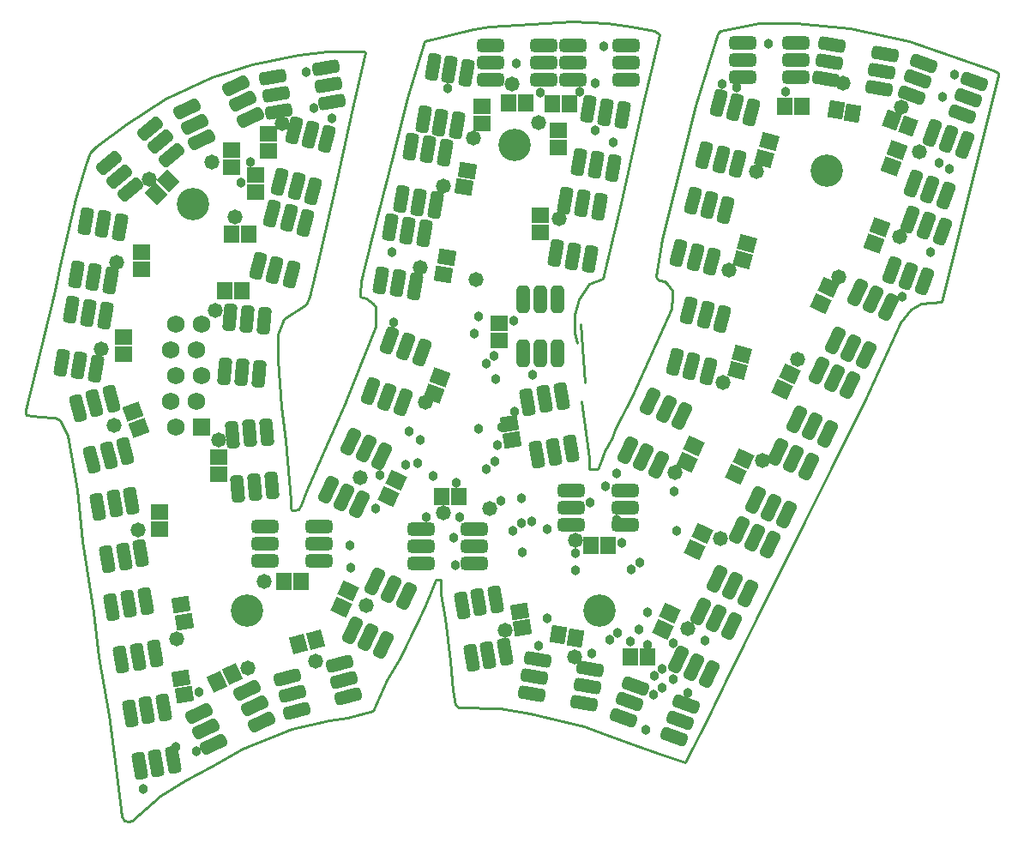
<source format=gts>
G04*
G04 #@! TF.GenerationSoftware,Altium Limited,Altium Designer,18.0.9 (584)*
G04*
G04 Layer_Color=8388736*
%FSLAX25Y25*%
%MOIN*%
G70*
G01*
G75*
%ADD10C,0.01000*%
G04:AMPARAMS|DCode=40|XSize=106.42mil|YSize=51.31mil|CornerRadius=14.83mil|HoleSize=0mil|Usage=FLASHONLY|Rotation=0.000|XOffset=0mil|YOffset=0mil|HoleType=Round|Shape=RoundedRectangle|*
%AMROUNDEDRECTD40*
21,1,0.10642,0.02165,0,0,0.0*
21,1,0.07677,0.05131,0,0,0.0*
1,1,0.02965,0.03839,-0.01083*
1,1,0.02965,-0.03839,-0.01083*
1,1,0.02965,-0.03839,0.01083*
1,1,0.02965,0.03839,0.01083*
%
%ADD40ROUNDEDRECTD40*%
G04:AMPARAMS|DCode=41|XSize=106.42mil|YSize=51.31mil|CornerRadius=14.83mil|HoleSize=0mil|Usage=FLASHONLY|Rotation=80.000|XOffset=0mil|YOffset=0mil|HoleType=Round|Shape=RoundedRectangle|*
%AMROUNDEDRECTD41*
21,1,0.10642,0.02165,0,0,80.0*
21,1,0.07677,0.05131,0,0,80.0*
1,1,0.02965,0.01733,0.03592*
1,1,0.02965,0.00400,-0.03968*
1,1,0.02965,-0.01733,-0.03592*
1,1,0.02965,-0.00400,0.03968*
%
%ADD41ROUNDEDRECTD41*%
G04:AMPARAMS|DCode=42|XSize=106.42mil|YSize=51.31mil|CornerRadius=14.83mil|HoleSize=0mil|Usage=FLASHONLY|Rotation=70.000|XOffset=0mil|YOffset=0mil|HoleType=Round|Shape=RoundedRectangle|*
%AMROUNDEDRECTD42*
21,1,0.10642,0.02165,0,0,70.0*
21,1,0.07677,0.05131,0,0,70.0*
1,1,0.02965,0.02330,0.03237*
1,1,0.02965,-0.00296,-0.03977*
1,1,0.02965,-0.02330,-0.03237*
1,1,0.02965,0.00296,0.03977*
%
%ADD42ROUNDEDRECTD42*%
G04:AMPARAMS|DCode=43|XSize=106.42mil|YSize=51.31mil|CornerRadius=14.83mil|HoleSize=0mil|Usage=FLASHONLY|Rotation=65.000|XOffset=0mil|YOffset=0mil|HoleType=Round|Shape=RoundedRectangle|*
%AMROUNDEDRECTD43*
21,1,0.10642,0.02165,0,0,65.0*
21,1,0.07677,0.05131,0,0,65.0*
1,1,0.02965,0.02604,0.03021*
1,1,0.02965,-0.00641,-0.03937*
1,1,0.02965,-0.02604,-0.03021*
1,1,0.02965,0.00641,0.03937*
%
%ADD43ROUNDEDRECTD43*%
G04:AMPARAMS|DCode=44|XSize=106.42mil|YSize=51.31mil|CornerRadius=14.83mil|HoleSize=0mil|Usage=FLASHONLY|Rotation=275.000|XOffset=0mil|YOffset=0mil|HoleType=Round|Shape=RoundedRectangle|*
%AMROUNDEDRECTD44*
21,1,0.10642,0.02165,0,0,275.0*
21,1,0.07677,0.05131,0,0,275.0*
1,1,0.02965,-0.00744,-0.03918*
1,1,0.02965,-0.01413,0.03730*
1,1,0.02965,0.00744,0.03918*
1,1,0.02965,0.01413,-0.03730*
%
%ADD44ROUNDEDRECTD44*%
G04:AMPARAMS|DCode=45|XSize=106.42mil|YSize=51.31mil|CornerRadius=14.83mil|HoleSize=0mil|Usage=FLASHONLY|Rotation=265.000|XOffset=0mil|YOffset=0mil|HoleType=Round|Shape=RoundedRectangle|*
%AMROUNDEDRECTD45*
21,1,0.10642,0.02165,0,0,265.0*
21,1,0.07677,0.05131,0,0,265.0*
1,1,0.02965,-0.01413,-0.03730*
1,1,0.02965,-0.00744,0.03918*
1,1,0.02965,0.01413,0.03730*
1,1,0.02965,0.00744,-0.03918*
%
%ADD45ROUNDEDRECTD45*%
G04:AMPARAMS|DCode=46|XSize=106.42mil|YSize=51.31mil|CornerRadius=14.83mil|HoleSize=0mil|Usage=FLASHONLY|Rotation=255.000|XOffset=0mil|YOffset=0mil|HoleType=Round|Shape=RoundedRectangle|*
%AMROUNDEDRECTD46*
21,1,0.10642,0.02165,0,0,255.0*
21,1,0.07677,0.05131,0,0,255.0*
1,1,0.02965,-0.02039,-0.03428*
1,1,0.02965,-0.00052,0.03988*
1,1,0.02965,0.02039,0.03428*
1,1,0.02965,0.00052,-0.03988*
%
%ADD46ROUNDEDRECTD46*%
G04:AMPARAMS|DCode=47|XSize=106.42mil|YSize=51.31mil|CornerRadius=14.83mil|HoleSize=0mil|Usage=FLASHONLY|Rotation=10.000|XOffset=0mil|YOffset=0mil|HoleType=Round|Shape=RoundedRectangle|*
%AMROUNDEDRECTD47*
21,1,0.10642,0.02165,0,0,10.0*
21,1,0.07677,0.05131,0,0,10.0*
1,1,0.02965,0.03968,-0.00400*
1,1,0.02965,-0.03592,-0.01733*
1,1,0.02965,-0.03968,0.00400*
1,1,0.02965,0.03592,0.01733*
%
%ADD47ROUNDEDRECTD47*%
G04:AMPARAMS|DCode=48|XSize=106.42mil|YSize=51.31mil|CornerRadius=14.83mil|HoleSize=0mil|Usage=FLASHONLY|Rotation=25.000|XOffset=0mil|YOffset=0mil|HoleType=Round|Shape=RoundedRectangle|*
%AMROUNDEDRECTD48*
21,1,0.10642,0.02165,0,0,25.0*
21,1,0.07677,0.05131,0,0,25.0*
1,1,0.02965,0.03937,0.00641*
1,1,0.02965,-0.03021,-0.02604*
1,1,0.02965,-0.03937,-0.00641*
1,1,0.02965,0.03021,0.02604*
%
%ADD48ROUNDEDRECTD48*%
G04:AMPARAMS|DCode=49|XSize=106.42mil|YSize=51.31mil|CornerRadius=14.83mil|HoleSize=0mil|Usage=FLASHONLY|Rotation=40.000|XOffset=0mil|YOffset=0mil|HoleType=Round|Shape=RoundedRectangle|*
%AMROUNDEDRECTD49*
21,1,0.10642,0.02165,0,0,40.0*
21,1,0.07677,0.05131,0,0,40.0*
1,1,0.02965,0.03637,0.01638*
1,1,0.02965,-0.02245,-0.03297*
1,1,0.02965,-0.03637,-0.01638*
1,1,0.02965,0.02245,0.03297*
%
%ADD49ROUNDEDRECTD49*%
G04:AMPARAMS|DCode=50|XSize=106.42mil|YSize=51.31mil|CornerRadius=14.83mil|HoleSize=0mil|Usage=FLASHONLY|Rotation=105.000|XOffset=0mil|YOffset=0mil|HoleType=Round|Shape=RoundedRectangle|*
%AMROUNDEDRECTD50*
21,1,0.10642,0.02165,0,0,105.0*
21,1,0.07677,0.05131,0,0,105.0*
1,1,0.02965,0.00052,0.03988*
1,1,0.02965,0.02039,-0.03428*
1,1,0.02965,-0.00052,-0.03988*
1,1,0.02965,-0.02039,0.03428*
%
%ADD50ROUNDEDRECTD50*%
G04:AMPARAMS|DCode=51|XSize=106.42mil|YSize=51.31mil|CornerRadius=14.83mil|HoleSize=0mil|Usage=FLASHONLY|Rotation=100.000|XOffset=0mil|YOffset=0mil|HoleType=Round|Shape=RoundedRectangle|*
%AMROUNDEDRECTD51*
21,1,0.10642,0.02165,0,0,100.0*
21,1,0.07677,0.05131,0,0,100.0*
1,1,0.02965,0.00400,0.03968*
1,1,0.02965,0.01733,-0.03592*
1,1,0.02965,-0.00400,-0.03968*
1,1,0.02965,-0.01733,0.03592*
%
%ADD51ROUNDEDRECTD51*%
G04:AMPARAMS|DCode=52|XSize=106.42mil|YSize=51.31mil|CornerRadius=14.83mil|HoleSize=0mil|Usage=FLASHONLY|Rotation=195.000|XOffset=0mil|YOffset=0mil|HoleType=Round|Shape=RoundedRectangle|*
%AMROUNDEDRECTD52*
21,1,0.10642,0.02165,0,0,195.0*
21,1,0.07677,0.05131,0,0,195.0*
1,1,0.02965,-0.03988,0.00052*
1,1,0.02965,0.03428,0.02039*
1,1,0.02965,0.03988,-0.00052*
1,1,0.02965,-0.03428,-0.02039*
%
%ADD52ROUNDEDRECTD52*%
G04:AMPARAMS|DCode=53|XSize=106.42mil|YSize=51.31mil|CornerRadius=14.83mil|HoleSize=0mil|Usage=FLASHONLY|Rotation=170.000|XOffset=0mil|YOffset=0mil|HoleType=Round|Shape=RoundedRectangle|*
%AMROUNDEDRECTD53*
21,1,0.10642,0.02165,0,0,170.0*
21,1,0.07677,0.05131,0,0,170.0*
1,1,0.02965,-0.03592,0.01733*
1,1,0.02965,0.03968,0.00400*
1,1,0.02965,0.03592,-0.01733*
1,1,0.02965,-0.03968,-0.00400*
%
%ADD53ROUNDEDRECTD53*%
G04:AMPARAMS|DCode=54|XSize=106.42mil|YSize=51.31mil|CornerRadius=14.83mil|HoleSize=0mil|Usage=FLASHONLY|Rotation=160.000|XOffset=0mil|YOffset=0mil|HoleType=Round|Shape=RoundedRectangle|*
%AMROUNDEDRECTD54*
21,1,0.10642,0.02165,0,0,160.0*
21,1,0.07677,0.05131,0,0,160.0*
1,1,0.02965,-0.03237,0.02330*
1,1,0.02965,0.03977,-0.00296*
1,1,0.02965,0.03237,-0.02330*
1,1,0.02965,-0.03977,0.00296*
%
%ADD54ROUNDEDRECTD54*%
G04:AMPARAMS|DCode=55|XSize=106.42mil|YSize=51.31mil|CornerRadius=14.83mil|HoleSize=0mil|Usage=FLASHONLY|Rotation=270.000|XOffset=0mil|YOffset=0mil|HoleType=Round|Shape=RoundedRectangle|*
%AMROUNDEDRECTD55*
21,1,0.10642,0.02165,0,0,270.0*
21,1,0.07677,0.05131,0,0,270.0*
1,1,0.02965,-0.01083,-0.03839*
1,1,0.02965,-0.01083,0.03839*
1,1,0.02965,0.01083,0.03839*
1,1,0.02965,0.01083,-0.03839*
%
%ADD55ROUNDEDRECTD55*%
%ADD56R,0.05918X0.06706*%
%ADD57R,0.06706X0.05918*%
G04:AMPARAMS|DCode=58|XSize=67.06mil|YSize=59.18mil|CornerRadius=0mil|HoleSize=0mil|Usage=FLASHONLY|Rotation=170.000|XOffset=0mil|YOffset=0mil|HoleType=Round|Shape=Rectangle|*
%AMROTATEDRECTD58*
4,1,4,0.03816,0.02332,0.02788,-0.03496,-0.03816,-0.02332,-0.02788,0.03496,0.03816,0.02332,0.0*
%
%ADD58ROTATEDRECTD58*%

G04:AMPARAMS|DCode=59|XSize=67.06mil|YSize=59.18mil|CornerRadius=0mil|HoleSize=0mil|Usage=FLASHONLY|Rotation=160.000|XOffset=0mil|YOffset=0mil|HoleType=Round|Shape=Rectangle|*
%AMROTATEDRECTD59*
4,1,4,0.04163,0.01634,0.02139,-0.03927,-0.04163,-0.01634,-0.02139,0.03927,0.04163,0.01634,0.0*
%
%ADD59ROTATEDRECTD59*%

G04:AMPARAMS|DCode=60|XSize=67.06mil|YSize=59.18mil|CornerRadius=0mil|HoleSize=0mil|Usage=FLASHONLY|Rotation=155.000|XOffset=0mil|YOffset=0mil|HoleType=Round|Shape=Rectangle|*
%AMROTATEDRECTD60*
4,1,4,0.04289,0.01265,0.01788,-0.04099,-0.04289,-0.01265,-0.01788,0.04099,0.04289,0.01265,0.0*
%
%ADD60ROTATEDRECTD60*%

G04:AMPARAMS|DCode=61|XSize=67.06mil|YSize=59.18mil|CornerRadius=0mil|HoleSize=0mil|Usage=FLASHONLY|Rotation=135.000|XOffset=0mil|YOffset=0mil|HoleType=Round|Shape=Rectangle|*
%AMROTATEDRECTD61*
4,1,4,0.04463,-0.00278,0.00278,-0.04463,-0.04463,0.00278,-0.00278,0.04463,0.04463,-0.00278,0.0*
%
%ADD61ROTATEDRECTD61*%

G04:AMPARAMS|DCode=62|XSize=67.06mil|YSize=59.18mil|CornerRadius=0mil|HoleSize=0mil|Usage=FLASHONLY|Rotation=20.000|XOffset=0mil|YOffset=0mil|HoleType=Round|Shape=Rectangle|*
%AMROTATEDRECTD62*
4,1,4,-0.02139,-0.03927,-0.04163,0.01634,0.02139,0.03927,0.04163,-0.01634,-0.02139,-0.03927,0.0*
%
%ADD62ROTATEDRECTD62*%

G04:AMPARAMS|DCode=63|XSize=67.06mil|YSize=59.18mil|CornerRadius=0mil|HoleSize=0mil|Usage=FLASHONLY|Rotation=190.000|XOffset=0mil|YOffset=0mil|HoleType=Round|Shape=Rectangle|*
%AMROTATEDRECTD63*
4,1,4,0.02788,0.03496,0.03816,-0.02332,-0.02788,-0.03496,-0.03816,0.02332,0.02788,0.03496,0.0*
%
%ADD63ROTATEDRECTD63*%

G04:AMPARAMS|DCode=64|XSize=67.06mil|YSize=59.18mil|CornerRadius=0mil|HoleSize=0mil|Usage=FLASHONLY|Rotation=295.000|XOffset=0mil|YOffset=0mil|HoleType=Round|Shape=Rectangle|*
%AMROTATEDRECTD64*
4,1,4,-0.04099,0.01788,0.01265,0.04289,0.04099,-0.01788,-0.01265,-0.04289,-0.04099,0.01788,0.0*
%
%ADD64ROTATEDRECTD64*%

G04:AMPARAMS|DCode=65|XSize=67.06mil|YSize=59.18mil|CornerRadius=0mil|HoleSize=0mil|Usage=FLASHONLY|Rotation=285.000|XOffset=0mil|YOffset=0mil|HoleType=Round|Shape=Rectangle|*
%AMROTATEDRECTD65*
4,1,4,-0.03726,0.02473,0.01991,0.04004,0.03726,-0.02473,-0.01991,-0.04004,-0.03726,0.02473,0.0*
%
%ADD65ROTATEDRECTD65*%

G04:AMPARAMS|DCode=66|XSize=67.06mil|YSize=59.18mil|CornerRadius=0mil|HoleSize=0mil|Usage=FLASHONLY|Rotation=260.000|XOffset=0mil|YOffset=0mil|HoleType=Round|Shape=Rectangle|*
%AMROTATEDRECTD66*
4,1,4,-0.02332,0.03816,0.03496,0.02788,0.02332,-0.03816,-0.03496,-0.02788,-0.02332,0.03816,0.0*
%
%ADD66ROTATEDRECTD66*%

G04:AMPARAMS|DCode=67|XSize=67.06mil|YSize=59.18mil|CornerRadius=0mil|HoleSize=0mil|Usage=FLASHONLY|Rotation=70.000|XOffset=0mil|YOffset=0mil|HoleType=Round|Shape=Rectangle|*
%AMROTATEDRECTD67*
4,1,4,0.01634,-0.04163,-0.03927,-0.02139,-0.01634,0.04163,0.03927,0.02139,0.01634,-0.04163,0.0*
%
%ADD67ROTATEDRECTD67*%

G04:AMPARAMS|DCode=68|XSize=67.06mil|YSize=59.18mil|CornerRadius=0mil|HoleSize=0mil|Usage=FLASHONLY|Rotation=165.000|XOffset=0mil|YOffset=0mil|HoleType=Round|Shape=Rectangle|*
%AMROTATEDRECTD68*
4,1,4,0.04004,0.01991,0.02473,-0.03726,-0.04004,-0.01991,-0.02473,0.03726,0.04004,0.01991,0.0*
%
%ADD68ROTATEDRECTD68*%

%ADD69C,0.12611*%
%ADD70R,0.06800X0.06800*%
%ADD71C,0.06800*%
%ADD72C,0.03800*%
%ADD73C,0.05800*%
D10*
X418200Y351247D02*
X419700Y328747D01*
X542500Y352000D02*
X546500Y357000D01*
X311500Y286500D02*
X317500Y300000D01*
X306000Y194000D02*
X320500Y197500D01*
X230000Y420500D02*
X241500Y429000D01*
X337500Y201000D02*
X343000Y213000D01*
X214000Y315000D02*
X216000Y314000D01*
X313000Y362000D02*
X316500Y377500D01*
X446000Y340500D02*
X453500Y357500D01*
X450000Y184000D02*
X456000Y182000D01*
X427000Y369000D02*
X434000Y398500D01*
X450000Y384500D02*
X463000Y436500D01*
X416000Y348000D02*
X417000Y344000D01*
X231000Y222000D02*
X235000Y199500D01*
X431500Y310500D02*
X438500Y324000D01*
X472500Y465500D02*
X487500Y468500D01*
X290500Y452500D02*
X308500Y456000D01*
X417500Y361000D02*
X421500Y367000D01*
X333000Y336500D02*
X338500Y350500D01*
X427500Y192000D02*
X438500Y188000D01*
X308500Y279500D02*
X309500Y281000D01*
X398500Y200000D02*
X419500Y195000D01*
X329000Y432500D02*
X334000Y454000D01*
X357500Y241500D02*
X361000Y249500D01*
X222500Y287000D02*
X224500Y267000D01*
X257000Y439000D02*
X275000Y447500D01*
X456000Y182000D02*
X459000Y181000D01*
X502000Y468500D02*
X523000Y466500D01*
X453500Y357500D02*
X454000Y362000D01*
X546000Y461500D02*
X578500Y450000D01*
X438500Y324000D02*
X446000Y340500D01*
X415000Y469000D02*
X428500Y468500D01*
X216000Y374500D02*
X222000Y400000D01*
X419500Y195000D02*
X427500Y192000D01*
X471500Y464500D02*
X472500Y465500D01*
X416000Y355000D02*
X417500Y361000D01*
X287000Y186500D02*
X306000Y194000D01*
X242500Y158000D02*
X244000Y158500D01*
X224500Y267000D02*
X229000Y239500D01*
X300500Y337500D02*
Y347500D01*
X383000Y467000D02*
X415000Y469000D01*
X428500Y468500D02*
X438000Y467000D01*
X334000Y457500D02*
X334500Y457000D01*
X528500Y321500D02*
X542500Y352000D01*
X303000Y353500D02*
X311500Y359000D01*
X215000Y369500D02*
X216000Y374500D01*
X426000Y297500D02*
X427500Y302000D01*
X448500Y462500D02*
X449000Y464000D01*
X345000Y415500D02*
X351000Y439500D01*
X332500Y362000D02*
X335000Y361500D01*
X255000Y168000D02*
X264500Y174000D01*
X275000Y447500D02*
X290500Y452500D01*
X208000Y315500D02*
X214000Y315000D01*
X241000Y158500D02*
X242500Y158000D01*
X303500Y306000D02*
X305500Y283000D01*
X244000Y158500D02*
X255000Y168000D01*
X448000Y369000D02*
X449000Y368500D01*
X523000Y466500D02*
X546000Y461500D01*
X274500Y179500D02*
X287000Y186500D01*
X454000Y362000D02*
Y364500D01*
X367500Y220500D02*
X368500Y209000D01*
X429000Y304500D02*
X430500Y307500D01*
X264500Y174000D02*
X274500Y179500D01*
X447500Y370000D02*
X450000Y384500D01*
X354500Y235000D02*
X357500Y241500D01*
X365500Y237000D02*
X367500Y220500D01*
X452000Y367000D02*
X454000Y364500D01*
X421500Y367000D02*
X427000Y369000D01*
X416000Y348000D02*
Y355000D01*
X580500Y448000D02*
Y449000D01*
X447500Y370000D02*
X448000Y369000D01*
X427500Y302000D02*
X429000Y304500D01*
X222000Y400000D02*
X226000Y413500D01*
X449000Y368500D02*
X451000Y368000D01*
X337500Y359500D02*
X338500Y358000D01*
X558500Y360000D02*
X580500Y448000D01*
X322500Y403500D02*
X329000Y432500D01*
X311500Y359000D02*
X313000Y362000D01*
X219000Y308000D02*
X222500Y287000D01*
X387000Y202000D02*
X398500Y200000D01*
X308500Y456000D02*
X320000Y457500D01*
X421500Y295000D02*
Y299500D01*
X227500Y418000D02*
X230000Y420500D01*
X463000Y436500D02*
X471500Y464500D01*
X376500Y466000D02*
X383000Y467000D01*
X487500Y468500D02*
X502000D01*
X425000Y295000D02*
X426000Y297500D01*
X334000Y454000D02*
X334500Y457000D01*
X213500Y363000D02*
X215000Y369500D01*
X362000Y252000D02*
X364000D01*
X430500Y307500D02*
X431500Y310500D01*
X332500Y363000D02*
X333000Y368000D01*
X203000Y316000D02*
X208000Y315500D01*
X459000Y181000D02*
X467500Y198000D01*
X476000Y215500D02*
X492500Y249000D01*
X528500Y321500D01*
X451000Y368000D02*
X452000Y367000D01*
X226000Y413500D02*
X227500Y418000D01*
X240000Y160000D02*
X241000Y158500D01*
X241500Y429000D02*
X257000Y439000D01*
X316500Y377500D02*
X322500Y403500D01*
X237500Y179000D02*
X240000Y160000D01*
X320500Y197500D02*
X327500Y198500D01*
X467500Y198000D02*
X476000Y215500D01*
X438500Y188000D02*
X450000Y184000D01*
X333000Y368000D02*
X337000Y384500D01*
X302000Y319500D02*
X303500Y306000D01*
X364000Y246500D02*
Y252000D01*
X421500Y295000D02*
X425000D01*
X335000Y361500D02*
X337500Y359500D01*
X202500Y316500D02*
Y318000D01*
X578500Y450000D02*
X580500Y449000D01*
X368500Y209000D02*
X369500Y203500D01*
X338500Y350500D02*
Y358000D01*
X438500Y419500D02*
X442500Y437500D01*
X357500Y461500D02*
X376500Y466000D01*
X235000Y199500D02*
X237500Y179000D01*
X550500Y359500D02*
X558500Y360000D01*
X206500Y334500D02*
X213500Y363000D01*
X369500Y203500D02*
X371000Y202500D01*
X202500Y318000D02*
X206500Y334500D01*
X320000Y457500D02*
X334000D01*
X447000Y465500D02*
X449000Y464000D01*
X361000Y249500D02*
X362000Y252000D01*
X300500Y337500D02*
X302000Y319500D01*
X364000Y246500D02*
X365500Y237000D01*
X229000Y239500D02*
X231000Y222000D01*
X418500Y321500D02*
X421500Y299500D01*
X343000Y213000D02*
X348000Y221500D01*
X351000Y439500D02*
X357500Y461500D01*
X305500Y280000D02*
Y283000D01*
X327500Y198500D02*
X337500Y201000D01*
X442500Y437500D02*
X448500Y462500D01*
X317500Y300000D02*
X326500Y320500D01*
X434000Y398500D02*
X438500Y419500D01*
X300500Y347500D02*
X303000Y353500D01*
X307000Y279000D02*
X308500Y279500D01*
X202500Y316500D02*
X203000Y316000D01*
X337000Y384500D02*
X345000Y415500D01*
X309500Y281000D02*
X311500Y286500D01*
X371000Y202500D02*
X387000Y202000D01*
X348000Y221500D02*
X354500Y235000D01*
X546500Y357000D02*
X550500Y359500D01*
X332500Y362000D02*
Y363000D01*
X305500Y280000D02*
X306000Y279000D01*
X216000Y314000D02*
X219000Y308000D01*
X438000Y467000D02*
X447000Y465500D01*
X306000Y279000D02*
X307000D01*
X326500Y320500D02*
X333000Y336500D01*
D40*
X435933Y459693D02*
D03*
Y453000D02*
D03*
Y446307D02*
D03*
X415067D02*
D03*
Y453000D02*
D03*
Y459693D02*
D03*
X403933D02*
D03*
Y453000D02*
D03*
Y446307D02*
D03*
X383067D02*
D03*
Y453000D02*
D03*
Y459693D02*
D03*
X316433Y272693D02*
D03*
Y266000D02*
D03*
Y259307D02*
D03*
X295567D02*
D03*
Y266000D02*
D03*
Y272693D02*
D03*
X356067Y258307D02*
D03*
Y265000D02*
D03*
Y271693D02*
D03*
X376933D02*
D03*
Y265000D02*
D03*
Y258307D02*
D03*
X501933Y460693D02*
D03*
Y454000D02*
D03*
Y447307D02*
D03*
X481067D02*
D03*
Y454000D02*
D03*
Y460693D02*
D03*
X435433Y286693D02*
D03*
Y280000D02*
D03*
Y273307D02*
D03*
X414567D02*
D03*
Y280000D02*
D03*
Y286693D02*
D03*
D41*
X360720Y451437D02*
D03*
X367312Y450275D02*
D03*
X373903Y449112D02*
D03*
X370280Y428563D02*
D03*
X363688Y429725D02*
D03*
X357097Y430888D02*
D03*
X352220Y420437D02*
D03*
X358812Y419275D02*
D03*
X365403Y418112D02*
D03*
X361780Y397563D02*
D03*
X355188Y398725D02*
D03*
X348597Y399888D02*
D03*
X344220Y388937D02*
D03*
X350812Y387775D02*
D03*
X357403Y386612D02*
D03*
X353780Y366063D02*
D03*
X347188Y367225D02*
D03*
X340597Y368388D02*
D03*
X225941Y391373D02*
D03*
X232532Y390211D02*
D03*
X239123Y389049D02*
D03*
X235500Y368500D02*
D03*
X228909Y369662D02*
D03*
X222318Y370824D02*
D03*
X220220Y356937D02*
D03*
X226812Y355775D02*
D03*
X233403Y354612D02*
D03*
X229780Y334063D02*
D03*
X223188Y335225D02*
D03*
X216597Y336388D02*
D03*
X421780Y376563D02*
D03*
X415188Y377725D02*
D03*
X408597Y378888D02*
D03*
X412220Y399437D02*
D03*
X418812Y398275D02*
D03*
X425403Y397112D02*
D03*
X430780Y412063D02*
D03*
X424188Y413225D02*
D03*
X417597Y414388D02*
D03*
X421220Y434937D02*
D03*
X427812Y433775D02*
D03*
X434403Y432612D02*
D03*
D42*
X343779Y345093D02*
D03*
X350068Y342804D02*
D03*
X356358Y340515D02*
D03*
X349221Y320907D02*
D03*
X342932Y323196D02*
D03*
X336642Y325485D02*
D03*
X551721Y367907D02*
D03*
X545432Y370196D02*
D03*
X539142Y372485D02*
D03*
X546279Y392093D02*
D03*
X552568Y389804D02*
D03*
X558858Y387515D02*
D03*
X560221Y401407D02*
D03*
X553932Y403696D02*
D03*
X547642Y405985D02*
D03*
X554779Y425593D02*
D03*
X561068Y423304D02*
D03*
X567358Y421015D02*
D03*
D43*
X328843Y305784D02*
D03*
X334909Y302956D02*
D03*
X340975Y300127D02*
D03*
X332157Y281216D02*
D03*
X326091Y284044D02*
D03*
X320025Y286873D02*
D03*
X341657Y226716D02*
D03*
X335591Y229544D02*
D03*
X329525Y232373D02*
D03*
X338343Y251284D02*
D03*
X344409Y248456D02*
D03*
X350475Y245627D02*
D03*
X468157Y215216D02*
D03*
X462091Y218044D02*
D03*
X456025Y220873D02*
D03*
X464843Y239784D02*
D03*
X470909Y236956D02*
D03*
X476975Y234127D02*
D03*
X483157Y246716D02*
D03*
X477091Y249544D02*
D03*
X471025Y252373D02*
D03*
X479843Y271284D02*
D03*
X485909Y268456D02*
D03*
X491975Y265627D02*
D03*
X498157Y277216D02*
D03*
X492091Y280044D02*
D03*
X486025Y282873D02*
D03*
X494843Y301784D02*
D03*
X500909Y298956D02*
D03*
X506975Y296127D02*
D03*
X514157Y308716D02*
D03*
X508091Y311544D02*
D03*
X502025Y314373D02*
D03*
X510843Y333284D02*
D03*
X516909Y330456D02*
D03*
X522975Y327627D02*
D03*
X529157Y339216D02*
D03*
X523091Y342044D02*
D03*
X517025Y344873D02*
D03*
X525843Y363784D02*
D03*
X531909Y360956D02*
D03*
X537975Y358127D02*
D03*
X445343Y321284D02*
D03*
X451409Y318456D02*
D03*
X457475Y315627D02*
D03*
X448657Y296716D02*
D03*
X442591Y299544D02*
D03*
X436525Y302373D02*
D03*
D44*
X298077Y288690D02*
D03*
X291409Y288107D02*
D03*
X284742Y287523D02*
D03*
X282923Y308310D02*
D03*
X289591Y308893D02*
D03*
X296258Y309477D02*
D03*
D45*
X293258Y332023D02*
D03*
X286591Y332607D02*
D03*
X279923Y333190D02*
D03*
X281742Y353977D02*
D03*
X288409Y353393D02*
D03*
X295077Y352810D02*
D03*
D46*
X305765Y370690D02*
D03*
X299300Y372422D02*
D03*
X292835Y374155D02*
D03*
X298235Y394310D02*
D03*
X304700Y392578D02*
D03*
X311165Y390845D02*
D03*
X314265Y403190D02*
D03*
X307800Y404922D02*
D03*
X301335Y406655D02*
D03*
X306735Y426810D02*
D03*
X313200Y425078D02*
D03*
X319665Y423345D02*
D03*
X471735Y437310D02*
D03*
X478200Y435578D02*
D03*
X484665Y433845D02*
D03*
X479265Y413690D02*
D03*
X472800Y415422D02*
D03*
X466335Y417155D02*
D03*
X461735Y399310D02*
D03*
X468200Y397578D02*
D03*
X474665Y395845D02*
D03*
X469265Y375690D02*
D03*
X462800Y377422D02*
D03*
X456335Y379155D02*
D03*
X460235Y356810D02*
D03*
X466700Y355078D02*
D03*
X473165Y353345D02*
D03*
X467765Y333190D02*
D03*
X461300Y334922D02*
D03*
X454835Y336655D02*
D03*
D47*
X319112Y450903D02*
D03*
X320275Y444312D02*
D03*
X321437Y437720D02*
D03*
X300888Y434097D02*
D03*
X299725Y440688D02*
D03*
X298563Y447280D02*
D03*
D48*
X284127Y443975D02*
D03*
X286956Y437909D02*
D03*
X289784Y431843D02*
D03*
X270873Y423025D02*
D03*
X268044Y429091D02*
D03*
X265216Y435157D02*
D03*
X275373Y188025D02*
D03*
X272544Y194091D02*
D03*
X269716Y200157D02*
D03*
X288627Y208975D02*
D03*
X291456Y202909D02*
D03*
X294284Y196843D02*
D03*
D49*
X250690Y427333D02*
D03*
X254992Y422206D02*
D03*
X259294Y417079D02*
D03*
X243310Y403667D02*
D03*
X239008Y408794D02*
D03*
X234706Y413921D02*
D03*
D50*
X222835Y318845D02*
D03*
X229300Y320578D02*
D03*
X235765Y322310D02*
D03*
X241165Y302155D02*
D03*
X234700Y300422D02*
D03*
X228235Y298690D02*
D03*
D51*
X230500Y280500D02*
D03*
X237091Y281662D02*
D03*
X243683Y282824D02*
D03*
X247306Y262275D02*
D03*
X240715Y261113D02*
D03*
X234123Y259951D02*
D03*
X236000Y241500D02*
D03*
X242591Y242662D02*
D03*
X249183Y243824D02*
D03*
X252806Y223275D02*
D03*
X246215Y222113D02*
D03*
X239623Y220951D02*
D03*
X243097Y200112D02*
D03*
X249688Y201275D02*
D03*
X256280Y202437D02*
D03*
X259903Y181888D02*
D03*
X253312Y180725D02*
D03*
X246720Y179563D02*
D03*
X372097Y242112D02*
D03*
X378688Y243275D02*
D03*
X385280Y244437D02*
D03*
X388903Y223888D02*
D03*
X382312Y222725D02*
D03*
X375720Y221563D02*
D03*
X414403Y302888D02*
D03*
X407812Y301725D02*
D03*
X401220Y300563D02*
D03*
X397597Y321112D02*
D03*
X404188Y322275D02*
D03*
X410780Y323437D02*
D03*
D52*
X307809Y201170D02*
D03*
X306077Y207635D02*
D03*
X304345Y214099D02*
D03*
X324500Y219500D02*
D03*
X326232Y213035D02*
D03*
X327964Y206570D02*
D03*
D53*
X399063Y207720D02*
D03*
X400225Y214312D02*
D03*
X401388Y220903D02*
D03*
X421937Y217280D02*
D03*
X420775Y210688D02*
D03*
X419612Y204097D02*
D03*
X536437Y456280D02*
D03*
X535275Y449688D02*
D03*
X534112Y443097D02*
D03*
X513563Y446720D02*
D03*
X514725Y453312D02*
D03*
X515888Y459903D02*
D03*
D54*
X434907Y198279D02*
D03*
X437196Y204568D02*
D03*
X439485Y210858D02*
D03*
X459093Y203721D02*
D03*
X456804Y197432D02*
D03*
X454515Y191142D02*
D03*
X571093Y445721D02*
D03*
X568804Y439432D02*
D03*
X566515Y433142D02*
D03*
X546907Y440279D02*
D03*
X549196Y446568D02*
D03*
X551485Y452858D02*
D03*
D55*
X409193Y340000D02*
D03*
X402500D02*
D03*
X395807D02*
D03*
Y360866D02*
D03*
X402500D02*
D03*
X409193D02*
D03*
D56*
X407154Y437000D02*
D03*
X413846D02*
D03*
X390154Y437500D02*
D03*
X396846D02*
D03*
X302807Y251500D02*
D03*
X309500D02*
D03*
X279807Y364500D02*
D03*
X286500D02*
D03*
X282500Y386500D02*
D03*
X289193D02*
D03*
X371000Y284500D02*
D03*
X364307D02*
D03*
X444193Y222000D02*
D03*
X437500D02*
D03*
X497654Y436000D02*
D03*
X504346D02*
D03*
X422154Y265500D02*
D03*
X428846D02*
D03*
D57*
X380000Y429307D02*
D03*
Y436000D02*
D03*
X277500Y299846D02*
D03*
Y293154D02*
D03*
X292000Y409346D02*
D03*
Y402654D02*
D03*
X297000Y425346D02*
D03*
Y418654D02*
D03*
X282500Y412500D02*
D03*
Y419193D02*
D03*
X247500Y372654D02*
D03*
Y379346D02*
D03*
X240500Y339654D02*
D03*
Y346346D02*
D03*
X254500Y271654D02*
D03*
Y278346D02*
D03*
X386500Y351846D02*
D03*
Y345154D02*
D03*
X402500Y393846D02*
D03*
Y387154D02*
D03*
X409500Y426846D02*
D03*
Y420154D02*
D03*
D58*
X372919Y404551D02*
D03*
X374081Y411142D02*
D03*
X364919Y370704D02*
D03*
X366081Y377296D02*
D03*
D59*
X361355Y324355D02*
D03*
X363645Y330645D02*
D03*
X534645Y389145D02*
D03*
X532355Y382855D02*
D03*
X541145Y419145D02*
D03*
X538856Y412855D02*
D03*
D60*
X343586Y284467D02*
D03*
X346414Y290533D02*
D03*
X327914Y247533D02*
D03*
X325086Y241467D02*
D03*
X499414Y332033D02*
D03*
X496586Y325967D02*
D03*
X514414Y365533D02*
D03*
X511586Y359467D02*
D03*
X459452Y297833D02*
D03*
X462281Y303899D02*
D03*
X452914Y238879D02*
D03*
X450086Y232814D02*
D03*
X465414Y269879D02*
D03*
X462586Y263813D02*
D03*
X481414Y299186D02*
D03*
X478586Y293121D02*
D03*
D61*
X253134Y402134D02*
D03*
X257866Y406866D02*
D03*
D62*
X244211Y317289D02*
D03*
X246500Y311000D02*
D03*
D63*
X264081Y235704D02*
D03*
X262919Y242296D02*
D03*
X264081Y207204D02*
D03*
X262919Y213796D02*
D03*
X395581Y233204D02*
D03*
X394419Y239796D02*
D03*
X390419Y312796D02*
D03*
X391581Y306204D02*
D03*
D64*
X282899Y215281D02*
D03*
X276833Y212452D02*
D03*
D65*
X315099Y228732D02*
D03*
X308634Y227000D02*
D03*
D66*
X416142Y229419D02*
D03*
X409551Y230581D02*
D03*
X517358Y434581D02*
D03*
X523949Y433419D02*
D03*
D67*
X539355Y430645D02*
D03*
X545645Y428356D02*
D03*
D68*
X489634Y415768D02*
D03*
X491366Y422232D02*
D03*
X481134Y376268D02*
D03*
X482866Y382732D02*
D03*
X479134Y333268D02*
D03*
X480866Y339732D02*
D03*
D69*
X288500Y240000D02*
D03*
X267500Y398000D02*
D03*
X425500Y240000D02*
D03*
X514000Y411000D02*
D03*
X392500Y421000D02*
D03*
D70*
X270700Y311400D02*
D03*
D71*
X260700D02*
D03*
X268700Y321400D02*
D03*
X258700D02*
D03*
X270700Y331400D02*
D03*
X260700D02*
D03*
X268700Y341400D02*
D03*
X258700D02*
D03*
X270700Y351400D02*
D03*
X260700D02*
D03*
D72*
X416100Y255600D02*
D03*
X385700Y304500D02*
D03*
X387400Y311500D02*
D03*
X378400Y310637D02*
D03*
X387200Y282600D02*
D03*
X395200Y283800D02*
D03*
X405200Y271600D02*
D03*
X360800Y292200D02*
D03*
X392100Y306100D02*
D03*
X381600Y295000D02*
D03*
X395300Y274000D02*
D03*
X399300Y274700D02*
D03*
X392000Y270900D02*
D03*
X370000Y289700D02*
D03*
X350100Y296700D02*
D03*
X351600Y309600D02*
D03*
X384900Y298100D02*
D03*
X355700Y306300D02*
D03*
X371200Y276500D02*
D03*
X395400Y262600D02*
D03*
X392500Y317300D02*
D03*
X399400Y331800D02*
D03*
X384500Y338898D02*
D03*
X381400Y336100D02*
D03*
X385281Y330049D02*
D03*
X432600Y231500D02*
D03*
X429600Y228700D02*
D03*
X422400Y223400D02*
D03*
X440700Y232600D02*
D03*
X444100Y226700D02*
D03*
X444300Y239200D02*
D03*
X446750Y214700D02*
D03*
X454200Y213300D02*
D03*
X454130Y227352D02*
D03*
X449820Y217400D02*
D03*
X417700Y441600D02*
D03*
X402500Y441400D02*
D03*
X338400Y279800D02*
D03*
X340100Y292600D02*
D03*
X355000Y297300D02*
D03*
X378505Y354306D02*
D03*
X392209Y352791D02*
D03*
X377000Y347600D02*
D03*
X421988Y282083D02*
D03*
X428000Y288300D02*
D03*
X446625Y207378D02*
D03*
X450000Y210000D02*
D03*
X460000Y207900D02*
D03*
X454400Y286300D02*
D03*
X358200Y276400D02*
D03*
X443400Y193800D02*
D03*
X437400Y227900D02*
D03*
X466400Y228500D02*
D03*
X438000Y256100D02*
D03*
X441100Y258800D02*
D03*
X401953Y226239D02*
D03*
X405200Y236900D02*
D03*
X423900Y426800D02*
D03*
X423800Y445000D02*
D03*
X430700Y422000D02*
D03*
X314600Y435200D02*
D03*
X289700Y414500D02*
D03*
X557600Y413900D02*
D03*
X563500Y448200D02*
D03*
X558700Y439600D02*
D03*
X561400Y411700D02*
D03*
X434200Y266500D02*
D03*
X432300Y275300D02*
D03*
Y293300D02*
D03*
X455500Y270900D02*
D03*
X416100Y262300D02*
D03*
X369500Y257700D02*
D03*
X369000Y268500D02*
D03*
X328900Y256800D02*
D03*
X328632Y265506D02*
D03*
X497700Y441600D02*
D03*
X478800Y443400D02*
D03*
X286200Y406400D02*
D03*
X269700Y208400D02*
D03*
X260700Y186944D02*
D03*
X554100Y379400D02*
D03*
X543170Y362130D02*
D03*
X491300Y460200D02*
D03*
X473100Y444700D02*
D03*
X427100Y459200D02*
D03*
X393200Y452800D02*
D03*
X366400Y442900D02*
D03*
X344700Y379200D02*
D03*
X345500Y352100D02*
D03*
X321600Y431400D02*
D03*
X311400Y449300D02*
D03*
X248300Y170700D02*
D03*
X268900Y185400D02*
D03*
D73*
X383000Y279700D02*
D03*
X364900Y278000D02*
D03*
X416200Y267300D02*
D03*
X332543Y291765D02*
D03*
X377500Y368800D02*
D03*
X459800Y233000D02*
D03*
X454900Y293800D02*
D03*
X357907Y320907D02*
D03*
X415800Y222100D02*
D03*
X388700Y232300D02*
D03*
X472600Y268000D02*
D03*
X502600Y337700D02*
D03*
X518500Y369700D02*
D03*
X542300Y385203D02*
D03*
X549800Y418400D02*
D03*
X543000Y435600D02*
D03*
X520200Y445000D02*
D03*
X486500Y410700D02*
D03*
X475700Y372300D02*
D03*
X473600Y328600D02*
D03*
X488800Y298450D02*
D03*
X409900Y392200D02*
D03*
X401900Y429860D02*
D03*
X391400Y444600D02*
D03*
X376400Y423800D02*
D03*
X364700Y404900D02*
D03*
X356000Y373200D02*
D03*
X237700Y375400D02*
D03*
X231700Y341536D02*
D03*
X250447Y407800D02*
D03*
X276200Y356600D02*
D03*
X283800Y392900D02*
D03*
X274800Y414376D02*
D03*
X302300Y429200D02*
D03*
X295100Y251400D02*
D03*
X334800Y241900D02*
D03*
X315300Y220259D02*
D03*
X289000Y217600D02*
D03*
X261100Y228900D02*
D03*
X277600Y306200D02*
D03*
X237000Y312100D02*
D03*
X246332Y271500D02*
D03*
M02*

</source>
